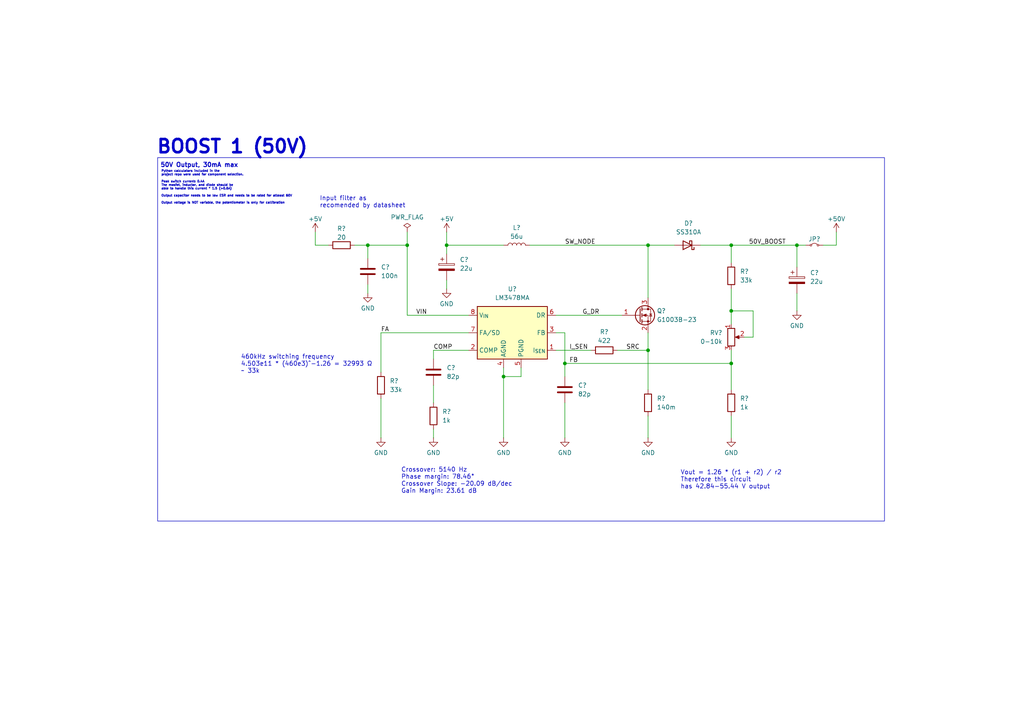
<source format=kicad_sch>
(kicad_sch (version 20250114) (generator "eeschema") (generator_version "9.0")
  (paper "A4")
  (title_block (title "50V Boost Converter") (date "2025-11-27"))
  (lib_symbols
    (symbol "Device:C" (pin_numbers (hide yes)) (pin_names (offset 0.254))
      (property "Reference" "C" (at 0.635 2.54 0))
      (property "Value" "C" (at 0.635 -2.54 0))
      (symbol "C_0_1"
        (polyline (pts (xy -2.032 0.762) (xy 2.032 0.762)) (stroke (width 0.508)))
        (polyline (pts (xy -2.032 -0.762) (xy 2.032 -0.762)) (stroke (width 0.508)))
      )
      (symbol "C_1_1"
        (pin passive line (at 0 3.81 270) (length 2.794) (name "~") (number "1"))
        (pin passive line (at 0 -3.81 90) (length 2.794) (name "~") (number "2"))
      )
    )
    (symbol "Device:C_Polarized" (pin_numbers (hide yes)) (pin_names (offset 0.254))
      (property "Reference" "C" (at 0.635 2.54 0))
      (property "Value" "C_Polarized" (at 0.635 -2.54 0))
      (symbol "C_Polarized_0_1"
        (rectangle (start -2.286 0.508) (end 2.286 1.016))
        (polyline (pts (xy -1.778 2.286) (xy -0.762 2.286)))
        (polyline (pts (xy -1.27 2.794) (xy -1.27 1.778)))
        (rectangle (start 2.286 -0.508) (end -2.286 -1.016) (fill (type outline)))
      )
      (symbol "C_Polarized_1_1"
        (pin passive line (at 0 3.81 270) (length 2.794) (name "~") (number "1"))
        (pin passive line (at 0 -3.81 90) (length 2.794) (name "~") (number "2"))
      )
    )
    (symbol "Device:D_Schottky" (pin_numbers (hide yes)) (pin_names (offset 1.016) (hide yes))
      (property "Reference" "D" (at 0 2.54 0))
      (property "Value" "D_Schottky" (at 0 -2.54 0))
      (symbol "D_Schottky_0_1"
        (polyline (pts (xy -1.905 0.635) (xy -1.905 1.27) (xy -1.27 1.27) (xy -1.27 -1.27) (xy -0.635 -1.27) (xy -0.635 -0.635)) (stroke (width 0.254)))
        (polyline (pts (xy 1.27 1.27) (xy 1.27 -1.27) (xy -1.27 0) (xy 1.27 1.27)) (stroke (width 0.254)))
        (polyline (pts (xy 1.27 0) (xy -1.27 0)))
      )
      (symbol "D_Schottky_1_1"
        (pin passive line (at -3.81 0 0) (length 2.54) (name "K") (number "1"))
        (pin passive line (at 3.81 0 180) (length 2.54) (name "A") (number "2"))
      )
    )
    (symbol "Device:L" (pin_numbers (hide yes)) (pin_names (offset 1.016) (hide yes))
      (property "Reference" "L" (at -1.27 0 90))
      (property "Value" "L" (at 1.905 0 90))
      (symbol "L_0_1"
        (arc (start 0 2.54) (mid 0.6323 1.905) (end 0 1.27))
        (arc (start 0 1.27) (mid 0.6323 0.635) (end 0 0))
        (arc (start 0 0) (mid 0.6323 -0.635) (end 0 -1.27))
        (arc (start 0 -1.27) (mid 0.6323 -1.905) (end 0 -2.54))
      )
      (symbol "L_1_1"
        (pin passive line (at 0 3.81 270) (length 1.27) (name "1") (number "1"))
        (pin passive line (at 0 -3.81 90) (length 1.27) (name "2") (number "2"))
      )
    )
    (symbol "Device:R" (pin_numbers (hide yes)) (pin_names (offset 0))
      (property "Reference" "R" (at 2.032 0 90))
      (property "Value" "R" (at 0 0 90))
      (symbol "R_0_1"
        (rectangle (start -1.016 -2.54) (end 1.016 2.54) (stroke (width 0.254)))
      )
      (symbol "R_1_1"
        (pin passive line (at 0 3.81 270) (length 1.27) (name "~") (number "1"))
        (pin passive line (at 0 -3.81 90) (length 1.27) (name "~") (number "2"))
      )
    )
    (symbol "Device:R_Potentiometer" (pin_names (offset 1.016) (hide yes))
      (property "Reference" "RV" (at -4.445 0 90))
      (property "Value" "R_Potentiometer" (at -2.54 0 90))
      (symbol "R_Potentiometer_0_1"
        (rectangle (start 1.016 2.54) (end -1.016 -2.54) (stroke (width 0.254)))
        (polyline (pts (xy 1.143 0) (xy 2.286 0.508) (xy 2.286 -0.508) (xy 1.143 0)) (fill (type outline)))
        (polyline (pts (xy 2.54 0) (xy 1.524 0)))
      )
      (symbol "R_Potentiometer_1_1"
        (pin passive line (at 0 3.81 270) (length 1.27) (name "1") (number "1"))
        (pin passive line (at 0 -3.81 90) (length 1.27) (name "3") (number "3"))
        (pin passive line (at 3.81 0 180) (length 1.27) (name "2") (number "2"))
      )
    )
    (symbol "Jumper:Jumper_2_Small_Bridged" (pin_numbers (hide yes)) (pin_names (offset 0) (hide yes))
      (property "Reference" "JP" (at 0 2.032 0))
      (property "Value" "Jumper_2_Small_Bridged" (at 0 -2.286 0))
      (symbol "Jumper_2_Small_Bridged_0_0"
        (circle (center -1.016 0) (radius 0.254))
        (circle (center 1.016 0) (radius 0.254))
      )
      (symbol "Jumper_2_Small_Bridged_0_1"
        (arc (start -0.762 0.254) (mid 0 0.5696) (end 0.762 0.254))
      )
      (symbol "Jumper_2_Small_Bridged_1_1"
        (pin passive line (at -2.54 0 0) (length 1.27) (name "A") (number "1"))
        (pin passive line (at 2.54 0 180) (length 1.27) (name "B") (number "2"))
      )
    )
    (symbol "Regulator_Controller:LM3478MA"
      (property "Reference" "U" (at -9.525 8.89 0))
      (property "Value" "LM3478MA" (at 5.08 8.89 0))
      (symbol "LM3478MA_0_1"
        (rectangle (start -10.16 7.62) (end 10.16 -7.62) (stroke (width 0.254)) (fill (type background)))
      )
      (symbol "LM3478MA_1_1"
        (pin power_in line (at -12.7 5.08 0) (length 2.54) (name "V_{IN}") (number "8"))
        (pin input line (at -12.7 0 0) (length 2.54) (name "FA/SD") (number "7"))
        (pin input line (at -12.7 -5.08 0) (length 2.54) (name "COMP") (number "2"))
        (pin power_in line (at -2.54 -10.16 90) (length 2.54) (name "AGND") (number "4"))
        (pin power_in line (at 2.54 -10.16 90) (length 2.54) (name "PGND") (number "5"))
        (pin output line (at 12.7 5.08 180) (length 2.54) (name "DR") (number "6"))
        (pin input line (at 12.7 0 180) (length 2.54) (name "FB") (number "3"))
        (pin input line (at 12.7 -5.08 180) (length 2.54) (name "I_{SEN}") (number "1"))
      )
    )
    (symbol "Transistor_FET:2N7002E" (pin_names (offset 0) (hide yes))
      (property "Reference" "Q" (at 5.08 1.905 0))
      (property "Value" "2N7002E" (at 5.08 0 0))
      (symbol "2N7002E_0_1"
        (polyline (pts (xy 0.254 1.905) (xy 0.254 -1.905)) (stroke (width 0.254)))
        (polyline (pts (xy 0.254 0) (xy -2.54 0)))
        (polyline (pts (xy 0.762 2.286) (xy 0.762 1.27)) (stroke (width 0.254)))
        (polyline (pts (xy 0.762 0.508) (xy 0.762 -0.508)) (stroke (width 0.254)))
        (polyline (pts (xy 0.762 -1.27) (xy 0.762 -2.286)) (stroke (width 0.254)))
        (polyline (pts (xy 0.762 -1.778) (xy 3.302 -1.778) (xy 3.302 1.778) (xy 0.762 1.778)))
        (polyline (pts (xy 1.016 0) (xy 2.032 0.381) (xy 2.032 -0.381) (xy 1.016 0)) (fill (type outline)))
        (circle (center 1.651 0) (radius 2.794) (stroke (width 0.254)))
        (polyline (pts (xy 2.54 2.54) (xy 2.54 1.778)))
        (circle (center 2.54 1.778) (radius 0.254) (fill (type outline)))
        (circle (center 2.54 -1.778) (radius 0.254) (fill (type outline)))
        (polyline (pts (xy 2.54 -2.54) (xy 2.54 0) (xy 0.762 0)))
        (polyline (pts (xy 2.921 0.381) (xy 3.683 0.381)))
        (polyline (pts (xy 3.302 0.381) (xy 2.921 -0.254) (xy 3.683 -0.254) (xy 3.302 0.381)))
      )
      (symbol "2N7002E_1_1"
        (pin input line (at -5.08 0 0) (length 2.54) (name "G") (number "1"))
        (pin passive line (at 2.54 5.08 270) (length 2.54) (name "D") (number "3"))
        (pin passive line (at 2.54 -5.08 90) (length 2.54) (name "S") (number "2"))
      )
    )
    (symbol "power:+5V" (power) (pin_numbers (hide yes)) (pin_names (offset 0) (hide yes))
      (property "Value" "+5V" (at 0 3.556 0))
      (symbol "+5V_0_1"
        (polyline (pts (xy -0.762 1.27) (xy 0 2.54)))
        (polyline (pts (xy 0 2.54) (xy 0.762 1.27)))
        (polyline (pts (xy 0 0) (xy 0 2.54)))
      )
      (symbol "+5V_1_1"
        (pin power_in line (at 0 0 90) (length 0) (name "~") (number "1"))
      )
    )
    (symbol "power:GND" (power) (pin_numbers (hide yes)) (pin_names (offset 0) (hide yes))
      (property "Value" "GND" (at 0 -3.81 0))
      (symbol "GND_0_1"
        (polyline (pts (xy 0 0) (xy 0 -1.27) (xy 1.27 -1.27) (xy 0 -2.54) (xy -1.27 -1.27) (xy 0 -1.27)))
      )
      (symbol "GND_1_1"
        (pin power_in line (at 0 0 270) (length 0) (name "~") (number "1"))
      )
    )
    (symbol "power:PWR_FLAG" (power) (pin_numbers (hide yes)) (pin_names (offset 0) (hide yes))
      (property "Value" "PWR_FLAG" (at 0 3.81 0))
      (symbol "PWR_FLAG_0_0"
        (pin power_out line (at 0 0 90) (length 0) (name "~") (number "1"))
      )
      (symbol "PWR_FLAG_0_1"
        (polyline (pts (xy 0 0) (xy 0 1.27) (xy -1.016 1.905) (xy 0 2.54) (xy 1.016 1.905) (xy 0 1.27)))
      )
    )
    (symbol "power:VDC" (power) (pin_numbers (hide yes)) (pin_names (offset 0) (hide yes))
      (property "Value" "VDC" (at 0 3.556 0))
      (symbol "VDC_0_1"
        (polyline (pts (xy -0.762 1.27) (xy 0 2.54)))
        (polyline (pts (xy 0 2.54) (xy 0.762 1.27)))
        (polyline (pts (xy 0 0) (xy 0 2.54)))
      )
      (symbol "VDC_1_1"
        (pin power_in line (at 0 0 90) (length 0) (name "~") (number "1"))
      )
    )
  )
  (rectangle (start 45.72 45.72) (end 256.54 151.13))
  (text "BOOST 1 (50V)" (at 45.212 42.672 0) (effects (font (size 3.81 3.81) (thickness 0.762) (bold yes)) (justify left)))
  (text "50V Output, 30mA max" (at 46.482 48.006 0) (effects (font (size 1.27 1.27) (thickness 0.254) (bold yes)) (justify left)))
  (text "Crossover: 5140 Hz\nPhase margin: 78.46°\nCrossover Slope: -20.09 dB/dec\nGain Margin: 23.61 dB" (at 116.332 139.446 0) (effects (font (size 1.27 1.27)) (justify left)))
  (text "Input filter as\nrecomended by datasheet" (at 92.71 58.674 0) (effects (font (size 1.27 1.27)) (justify left)))
  (text "Vout = 1.26 * (r1 + r2) / r2\nTherefore this circuit\nhas 42.84-55.44 V output" (at 197.358 139.192 0) (effects (font (size 1.27 1.27)) (justify left)))
  (text "460kHz switching frequency\n4.503e11 * (460e3)^-1.26 = 32993 Ω\n~ 33k" (at 69.85 105.664 0) (effects (font (size 1.27 1.27)) (justify left)))
  (text "Python calculators included in the\nproject repo were used for component selection.\n\nPeak switch current: 0.4A\nThe mosfet, inductor, and diode should be\nable to handle this current * 1.5 (>0.6A)\n\nOutput capacitor needs to be low ESR and needs to be rated for atleast 60V\n\nOutput voltage is NOT variable, the potentiometer is only for callibration" (at 46.736 54.356 0) (effects (font (size 0.635 0.635) (thickness 0.254) (bold yes)) (justify left)))
  (junction (at 163.83 105.41))
  (junction (at 129.54 71.12))
  (junction (at 231.14 71.12))
  (junction (at 212.09 105.41))
  (junction (at 118.11 71.12))
  (junction (at 187.96 71.12))
  (junction (at 212.09 90.17))
  (junction (at 106.68 71.12))
  (junction (at 146.05 109.22))
  (junction (at 187.96 101.6))
  (junction (at 212.09 71.12))
  (wire (pts (xy 118.11 67.31) (xy 118.11 71.12)))
  (wire (pts (xy 125.73 124.46) (xy 125.73 127)))
  (wire (pts (xy 95.25 71.12) (xy 91.44 71.12)))
  (wire (pts (xy 187.96 101.6) (xy 187.96 113.03)))
  (wire (pts (xy 212.09 120.65) (xy 212.09 127)))
  (wire (pts (xy 110.49 96.52) (xy 110.49 107.95)))
  (wire (pts (xy 212.09 101.6) (xy 212.09 105.41)))
  (wire (pts (xy 106.68 71.12) (xy 118.11 71.12)))
  (wire (pts (xy 218.44 97.79) (xy 218.44 90.17)))
  (wire (pts (xy 231.14 71.12) (xy 231.14 77.47)))
  (wire (pts (xy 187.96 96.52) (xy 187.96 101.6)))
  (wire (pts (xy 129.54 71.12) (xy 146.05 71.12)))
  (wire (pts (xy 146.05 109.22) (xy 146.05 127)))
  (wire (pts (xy 146.05 109.22) (xy 151.13 109.22)))
  (wire (pts (xy 163.83 96.52) (xy 163.83 105.41)))
  (wire (pts (xy 125.73 101.6) (xy 135.89 101.6)))
  (wire (pts (xy 212.09 83.82) (xy 212.09 90.17)))
  (wire (pts (xy 242.57 67.31) (xy 242.57 71.12)))
  (wire (pts (xy 91.44 67.31) (xy 91.44 71.12)))
  (wire (pts (xy 163.83 105.41) (xy 163.83 109.22)))
  (wire (pts (xy 215.9 97.79) (xy 218.44 97.79)))
  (wire (pts (xy 187.96 71.12) (xy 187.96 86.36)))
  (wire (pts (xy 163.83 116.84) (xy 163.83 127)))
  (wire (pts (xy 106.68 71.12) (xy 106.68 74.93)))
  (wire (pts (xy 129.54 81.28) (xy 129.54 83.82)))
  (wire (pts (xy 135.89 96.52) (xy 110.49 96.52)))
  (wire (pts (xy 212.09 105.41) (xy 212.09 113.03)))
  (wire (pts (xy 146.05 106.68) (xy 146.05 109.22)))
  (wire (pts (xy 151.13 109.22) (xy 151.13 106.68)))
  (wire (pts (xy 153.67 71.12) (xy 187.96 71.12)))
  (wire (pts (xy 106.68 82.55) (xy 106.68 85.09)))
  (wire (pts (xy 212.09 71.12) (xy 212.09 76.2)))
  (wire (pts (xy 129.54 67.31) (xy 129.54 71.12)))
  (wire (pts (xy 125.73 101.6) (xy 125.73 104.14)))
  (wire (pts (xy 212.09 71.12) (xy 231.14 71.12)))
  (wire (pts (xy 187.96 71.12) (xy 195.58 71.12)))
  (wire (pts (xy 118.11 71.12) (xy 118.11 91.44)))
  (wire (pts (xy 163.83 96.52) (xy 161.29 96.52)))
  (wire (pts (xy 187.96 120.65) (xy 187.96 127)))
  (wire (pts (xy 161.29 91.44) (xy 180.34 91.44)))
  (wire (pts (xy 102.87 71.12) (xy 106.68 71.12)))
  (wire (pts (xy 218.44 90.17) (xy 212.09 90.17)))
  (wire (pts (xy 118.11 91.44) (xy 135.89 91.44)))
  (wire (pts (xy 238.76 71.12) (xy 242.57 71.12)))
  (wire (pts (xy 212.09 90.17) (xy 212.09 93.98)))
  (wire (pts (xy 231.14 85.09) (xy 231.14 90.17)))
  (wire (pts (xy 179.07 101.6) (xy 187.96 101.6)))
  (wire (pts (xy 129.54 73.66) (xy 129.54 71.12)))
  (wire (pts (xy 125.73 111.76) (xy 125.73 116.84)))
  (wire (pts (xy 203.2 71.12) (xy 212.09 71.12)))
  (wire (pts (xy 110.49 115.57) (xy 110.49 127)))
  (wire (pts (xy 233.68 71.12) (xy 231.14 71.12)))
  (wire (pts (xy 161.29 101.6) (xy 171.45 101.6)))
  (wire (pts (xy 163.83 105.41) (xy 212.09 105.41)))
  (label "VIN" (at 120.65 91.44 0) (effects (font (thickness 0.1588))))
  (label "G_DR" (at 168.91 91.44 0))
  (label "SW_NODE" (at 163.83 71.12 0))
  (label "FB" (at 165.1 105.41 0))
  (label "50V_BOOST" (at 217.17 71.12 0))
  (label "FA" (at 110.49 96.52 0))
  (label "SRC" (at 181.61 101.6 0))
  (label "COMP" (at 125.73 101.6 0))
  (label "I_SEN" (at 165.1 101.6 0))
  (symbol (lib_id "power:GND") (at 146.05 127 0) (mirror y) (unit 1)
    (property "Reference" "#PWR?" (effects (hide yes)))
    (property "Value" "GND" (at 146.05 131.318 0))
    (property "Description" "Power symbol creates a global label with name \"GND\" , ground" (effects (hide yes)))
  )
  (symbol (lib_id "power:GND") (at 187.96 127 0) (mirror y) (unit 1)
    (property "Reference" "#PWR?" (effects (hide yes)))
    (property "Value" "GND" (at 187.96 131.318 0))
    (property "Description" "Power symbol creates a global label with name \"GND\" , ground" (effects (hide yes)))
  )
  (symbol (lib_id "power:GND") (at 212.09 127 0) (mirror y) (unit 1)
    (property "Reference" "#PWR?" (effects (hide yes)))
    (property "Value" "GND" (at 212.09 131.318 0))
    (property "Description" "Power symbol creates a global label with name \"GND\" , ground" (effects (hide yes)))
  )
  (symbol (lib_id "Device:R_Potentiometer") (at 212.09 97.79 0) (unit 1)
    (property "Reference" "RV?" (at 209.55 96.5199 0) (effects (justify right)))
    (property "Value" "0-10k" (at 209.55 99.0599 0) (effects (justify right)))
    (property "Footprint" "CustomFootprints:Potentiometer_Bourns_TC33X_Vertical" (effects (hide yes)))
    (property "Datasheet" "https://www.lcsc.com/datasheet/C719176.pdf" (effects (hide yes)))
    (property "Description" "Potentiometer" (effects (hide yes)))
    (property "LCSC PART #" "C719176" (effects (hide yes)))
  )
  (symbol (lib_id "power:GND") (at 110.49 127 0) (mirror y) (unit 1)
    (property "Reference" "#PWR?" (effects (hide yes)))
    (property "Value" "GND" (at 110.49 131.318 0))
    (property "Description" "Power symbol creates a global label with name \"GND\" , ground" (effects (hide yes)))
  )
  (symbol (lib_id "Device:C_Polarized") (at 129.54 77.47 0) (unit 1)
    (property "Reference" "C?" (at 133.35 75.3109 0) (effects (justify left)))
    (property "Value" "22u" (at 133.35 77.8509 0) (effects (justify left)))
    (property "Footprint" "Capacitor_THT:CP_Radial_D6.3mm_P2.50mm" (effects (hide yes)))
    (property "Datasheet" "https://www.lcsc.com/datasheet/C44606504.pdf" (effects (hide yes)))
    (property "Description" "Polarized capacitor" (effects (hide yes)))
    (property "LCSC PART #" "C44606504" (effects (hide yes)))
  )
  (symbol (lib_id "power:GND") (at 106.68 85.09 0) (mirror y) (unit 1)
    (property "Reference" "#PWR?" (effects (hide yes)))
    (property "Value" "GND" (at 106.68 89.408 0))
    (property "Description" "Power symbol creates a global label with name \"GND\" , ground" (effects (hide yes)))
  )
  (symbol (lib_id "Device:R") (at 110.49 111.76 0) (unit 1)
    (property "Reference" "R?" (at 113.03 110.4899 0) (effects (justify left)))
    (property "Value" "33k" (at 113.03 113.0299 0) (effects (justify left)))
    (property "Footprint" "Resistor_SMD:R_0603_1608Metric" (effects (hide yes)))
    (property "Datasheet" "https://www.lcsc.com/datasheet/C2907028.pdf" (effects (hide yes)))
    (property "Description" "Resistor" (effects (hide yes)))
    (property "LCSC PART #" "C2907028" (effects (hide yes)))
  )
  (symbol (lib_id "Device:C") (at 125.73 107.95 0) (unit 1)
    (property "Reference" "C?" (at 129.54 106.6799 0) (effects (justify left)))
    (property "Value" "82p" (at 129.54 109.2199 0) (effects (justify left)))
    (property "Footprint" "Capacitor_SMD:C_0603_1608Metric" (effects (hide yes)))
    (property "Datasheet" "https://www.lcsc.com/datasheet/C1864236.pdf" (effects (hide yes)))
    (property "Description" "Unpolarized capacitor" (effects (hide yes)))
    (property "LCSC PART #" "C1864236" (effects (hide yes)))
  )
  (symbol (lib_id "power:VDC") (at 242.57 67.31 0) (unit 1)
    (property "Reference" "#PWR?" (effects (hide yes)))
    (property "Value" "+50V" (at 242.57 63.5 0))
    (property "Description" "Power symbol creates a global label with name \"VDC\"" (effects (hide yes)))
  )
  (symbol (lib_id "power:GND") (at 129.54 83.82 0) (mirror y) (unit 1)
    (property "Reference" "#PWR?" (effects (hide yes)))
    (property "Value" "GND" (at 129.54 88.138 0))
    (property "Description" "Power symbol creates a global label with name \"GND\" , ground" (effects (hide yes)))
  )
  (symbol (lib_id "Device:C") (at 163.83 113.03 0) (unit 1)
    (property "Reference" "C?" (at 167.64 111.7599 0) (effects (justify left)))
    (property "Value" "82p" (at 167.64 114.2999 0) (effects (justify left)))
    (property "Footprint" "Capacitor_SMD:C_0603_1608Metric" (effects (hide yes)))
    (property "Datasheet" "https://www.lcsc.com/datasheet/C1864236.pdf" (effects (hide yes)))
    (property "Description" "Unpolarized capacitor" (effects (hide yes)))
    (property "LCSC PART #" "C1864236" (effects (hide yes)))
  )
  (symbol (lib_id "Device:D_Schottky") (at 199.39 71.12 180) (unit 1)
    (property "Reference" "D?" (at 199.7075 64.77 0))
    (property "Value" "SS310A" (at 199.7075 67.31 0))
    (property "Footprint" "Diode_SMD:D_SMA" (effects (hide yes)))
    (property "Datasheet" "https://www.lcsc.com/datasheet/C48996628.pdf" (effects (hide yes)))
    (property "Description" "Schottky diode" (effects (hide yes)))
    (property "LCSC PART #" "C48996628" (effects (hide yes)))
  )
  (symbol (lib_id "Jumper:Jumper_2_Small_Bridged") (at 236.22 71.12 0) (unit 1)
    (property "Reference" "JP?" (at 236.22 69.342 0))
    (property "Value" "Jumper_2_Small_Bridged" (effects (hide yes)))
    (property "Footprint" "Connector_PinHeader_2.54mm:PinHeader_1x02_P2.54mm_Vertical" (effects (hide yes)))
    (property "Datasheet" "https://www.lcsc.com/datasheet/C41432920.pdf" (effects (hide yes)))
    (property "Description" "Jumper, 2-pole, small symbol, bridged" (effects (hide yes)))
    (property "LCSC PART #" "C41432920" (effects (hide yes)))
  )
  (symbol (lib_id "power:GND") (at 125.73 127 0) (mirror y) (unit 1)
    (property "Reference" "#PWR?" (effects (hide yes)))
    (property "Value" "GND" (at 125.73 131.318 0))
    (property "Description" "Power symbol creates a global label with name \"GND\" , ground" (effects (hide yes)))
  )
  (symbol (lib_id "Device:R") (at 175.26 101.6 90) (unit 1)
    (property "Reference" "R?" (at 175.26 96.266 90))
    (property "Value" "422" (at 175.26 98.806 90))
    (property "Footprint" "Resistor_SMD:R_0603_1608Metric" (effects (hide yes)))
    (property "Datasheet" "https://www.lcsc.com/datasheet/C5204003.pdf" (effects (hide yes)))
    (property "Description" "Resistor" (effects (hide yes)))
    (property "LCSC PART #" "C5204003" (effects (hide yes)))
  )
  (symbol (lib_id "power:+5V") (at 91.44 67.31 0) (unit 1)
    (property "Reference" "#PWR?" (effects (hide yes)))
    (property "Value" "+5V" (at 91.44 63.5 0))
    (property "Description" "Power symbol creates a global label with name \"+5V\"" (effects (hide yes)))
  )
  (symbol (lib_id "power:+5V") (at 129.54 67.31 0) (unit 1)
    (property "Reference" "#PWR?" (effects (hide yes)))
    (property "Value" "+5V" (at 129.54 63.5 0))
    (property "Description" "Power symbol creates a global label with name \"+5V\"" (effects (hide yes)))
  )
  (symbol (lib_id "Device:R") (at 212.09 80.01 0) (unit 1)
    (property "Reference" "R?" (at 214.63 78.7399 0) (effects (justify left)))
    (property "Value" "33k" (at 214.63 81.2799 0) (effects (justify left)))
    (property "Footprint" "Resistor_SMD:R_0603_1608Metric" (effects (hide yes)))
    (property "Datasheet" "https://www.lcsc.com/datasheet/C2907028.pdf" (effects (hide yes)))
    (property "Description" "Resistor" (effects (hide yes)))
    (property "LCSC PART #" "C2907028" (effects (hide yes)))
  )
  (symbol (lib_id "Device:C_Polarized") (at 231.14 81.28 0) (unit 1)
    (property "Reference" "C?" (at 234.95 79.1209 0) (effects (justify left)))
    (property "Value" "22u" (at 234.95 81.6609 0) (effects (justify left)))
    (property "Footprint" "Capacitor_THT:CP_Radial_D6.3mm_P2.50mm" (effects (hide yes)))
    (property "Datasheet" "https://www.lcsc.com/datasheet/C44606504.pdf" (effects (hide yes)))
    (property "Description" "Polarized capacitor" (effects (hide yes)))
    (property "LCSC PART #" "C44606504" (effects (hide yes)))
  )
  (symbol (lib_id "power:GND") (at 231.14 90.17 0) (mirror y) (unit 1)
    (property "Reference" "#PWR?" (effects (hide yes)))
    (property "Value" "GND" (at 231.14 94.488 0))
    (property "Description" "Power symbol creates a global label with name \"GND\" , ground" (effects (hide yes)))
  )
  (symbol (lib_id "power:GND") (at 163.83 127 0) (mirror y) (unit 1)
    (property "Reference" "#PWR?" (effects (hide yes)))
    (property "Value" "GND" (at 163.83 131.318 0))
    (property "Description" "Power symbol creates a global label with name \"GND\" , ground" (effects (hide yes)))
  )
  (symbol (lib_id "power:PWR_FLAG") (at 118.11 67.31 0) (unit 1)
    (property "Reference" "#FLG?" (effects (hide yes)))
    (property "Value" "PWR_FLAG" (at 118.11 62.992 0))
    (property "Description" "Special symbol for telling ERC where power comes from" (effects (hide yes)))
  )
  (symbol (lib_id "Device:R") (at 212.09 116.84 0) (unit 1)
    (property "Reference" "R?" (at 214.63 115.5699 0) (effects (justify left)))
    (property "Value" "1k" (at 214.63 118.1099 0) (effects (justify left)))
    (property "Footprint" "Resistor_SMD:R_0603_1608Metric" (effects (hide yes)))
    (property "Datasheet" "https://www.lcsc.com/datasheet/C2907002.pdf" (effects (hide yes)))
    (property "Description" "Resistor" (effects (hide yes)))
    (property "LCSC PART #" "C2907002" (effects (hide yes)))
  )
  (symbol (lib_id "Device:R") (at 99.06 71.12 90) (unit 1)
    (property "Reference" "R?" (at 99.06 66.294 90))
    (property "Value" "20" (at 99.06 68.834 90))
    (property "Footprint" "Resistor_SMD:R_0603_1608Metric" (effects (hide yes)))
    (property "Datasheet" "https://www.lcsc.com/datasheet/C2907012.pdf" (effects (hide yes)))
    (property "Description" "Resistor" (effects (hide yes)))
    (property "LCSC PART #" "C2907012" (effects (hide yes)))
  )
  (symbol (lib_id "Device:R") (at 125.73 120.65 0) (unit 1)
    (property "Reference" "R?" (at 128.27 119.3799 0) (effects (justify left)))
    (property "Value" "1k" (at 128.27 121.9199 0) (effects (justify left)))
    (property "Footprint" "Resistor_SMD:R_0603_1608Metric" (effects (hide yes)))
    (property "Datasheet" "https://www.lcsc.com/datasheet/C2907002.pdf" (effects (hide yes)))
    (property "Description" "Resistor" (effects (hide yes)))
    (property "LCSC PART #" "C2907002" (effects (hide yes)))
  )
  (symbol (lib_id "Regulator_Controller:LM3478MA") (at 148.59 96.52 0) (unit 1)
    (property "Reference" "U?" (at 148.59 83.82 0))
    (property "Value" "LM3478MA" (at 148.59 86.36 0))
    (property "Footprint" "Package_SO:SOIC-8_3.9x4.9mm_P1.27mm" (effects (hide yes)))
    (property "Datasheet" "https://www.ti.com/lit/gpn/lm3478" (effects (hide yes)))
    (property "Description" "2.97~40V Wide Input Range Boost/SEPIC/Flyback DC-DC Controller, SOIC-8" (effects (hide yes)))
    (property "LCSC PART #" "C115907" (effects (hide yes)))
  )
  (symbol (lib_id "Device:L") (at 149.86 71.12 90) (unit 1)
    (property "Reference" "L?" (at 149.86 66.04 90))
    (property "Value" "56u" (at 149.86 68.58 90))
    (property "Footprint" "CustomFootprints:Chilisin SCDS105R" (effects (hide yes)))
    (property "Datasheet" "https://www.lcsc.com/datasheet/C329728.pdf" (effects (hide yes)))
    (property "Description" "Inductor" (effects (hide yes)))
    (property "LCSC PART #" "C329728" (effects (hide yes)))
  )
  (symbol (lib_id "Transistor_FET:2N7002E") (at 185.42 91.44 0) (unit 1)
    (property "Reference" "Q?" (at 190.5 90.17 0) (effects (justify left)))
    (property "Value" "G1003B-23" (at 190.5 92.71 0) (effects (justify left)))
    (property "Footprint" "Package_TO_SOT_SMD:SOT-23-3" (effects (hide yes)))
    (property "Datasheet" "https://www.lcsc.com/datasheet/C41367401.pdf" (effects (hide yes)))
    (property "LCSC PART #" "C22362809" (effects (hide yes)))
  )
  (symbol (lib_id "Device:C") (at 106.68 78.74 0) (unit 1)
    (property "Reference" "C?" (at 110.49 77.4699 0) (effects (justify left)))
    (property "Value" "100n" (at 110.49 80.0099 0) (effects (justify left)))
    (property "Footprint" "Capacitor_SMD:C_0603_1608Metric" (effects (hide yes)))
    (property "Datasheet" "https://www.lcsc.com/datasheet/C15725.pdf" (effects (hide yes)))
    (property "Description" "Unpolarized capacitor" (effects (hide yes)))
    (property "LCSC PART #" "C15725" (effects (hide yes)))
  )
  (symbol (lib_id "Device:R") (at 187.96 116.84 0) (unit 1)
    (property "Reference" "R?" (at 190.5 115.5699 0) (effects (justify left)))
    (property "Value" "140m" (at 190.5 118.1099 0) (effects (justify left)))
    (property "Footprint" "Resistor_SMD:R_1206_3216Metric" (effects (hide yes)))
    (property "Datasheet" "https://www.lcsc.com/datasheet/C37935.pdf" (effects (hide yes)))
    (property "Description" "Resistor" (effects (hide yes)))
    (property "LCSC PART #" "C37935" (effects (hide yes)))
  )
)
</source>
